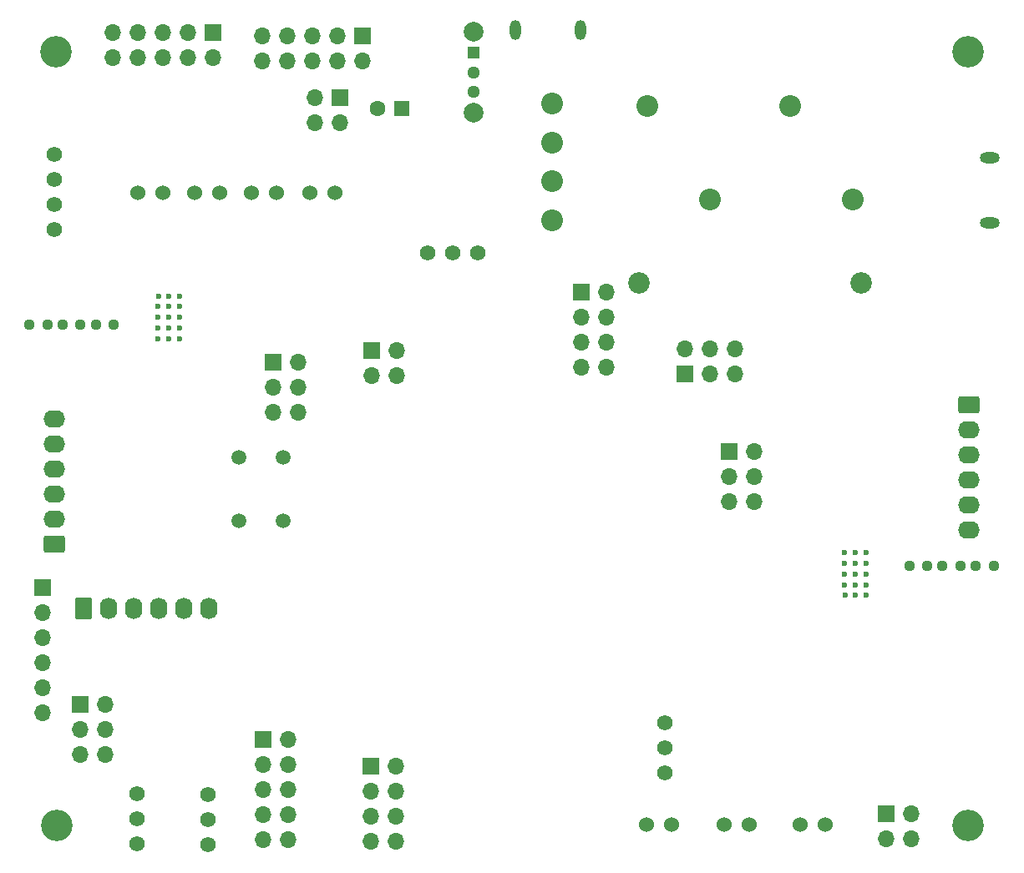
<source format=gbr>
%TF.GenerationSoftware,KiCad,Pcbnew,9.0.2*%
%TF.CreationDate,2025-06-06T13:12:36-07:00*%
%TF.ProjectId,MainBoard,4d61696e-426f-4617-9264-2e6b69636164,0.3*%
%TF.SameCoordinates,Original*%
%TF.FileFunction,Soldermask,Bot*%
%TF.FilePolarity,Negative*%
%FSLAX46Y46*%
G04 Gerber Fmt 4.6, Leading zero omitted, Abs format (unit mm)*
G04 Created by KiCad (PCBNEW 9.0.2) date 2025-06-06 13:12:36*
%MOMM*%
%LPD*%
G01*
G04 APERTURE LIST*
G04 Aperture macros list*
%AMRoundRect*
0 Rectangle with rounded corners*
0 $1 Rounding radius*
0 $2 $3 $4 $5 $6 $7 $8 $9 X,Y pos of 4 corners*
0 Add a 4 corners polygon primitive as box body*
4,1,4,$2,$3,$4,$5,$6,$7,$8,$9,$2,$3,0*
0 Add four circle primitives for the rounded corners*
1,1,$1+$1,$2,$3*
1,1,$1+$1,$4,$5*
1,1,$1+$1,$6,$7*
1,1,$1+$1,$8,$9*
0 Add four rect primitives between the rounded corners*
20,1,$1+$1,$2,$3,$4,$5,0*
20,1,$1+$1,$4,$5,$6,$7,0*
20,1,$1+$1,$6,$7,$8,$9,0*
20,1,$1+$1,$8,$9,$2,$3,0*%
G04 Aperture macros list end*
%ADD10O,2.004000X1.104000*%
%ADD11C,2.209800*%
%ADD12RoundRect,0.250000X-0.845000X0.620000X-0.845000X-0.620000X0.845000X-0.620000X0.845000X0.620000X0*%
%ADD13O,2.190000X1.740000*%
%ADD14C,1.524000*%
%ADD15C,1.574800*%
%ADD16C,3.200000*%
%ADD17RoundRect,0.250000X0.845000X-0.620000X0.845000X0.620000X-0.845000X0.620000X-0.845000X-0.620000X0*%
%ADD18R,1.700000X1.700000*%
%ADD19O,1.700000X1.700000*%
%ADD20C,0.600000*%
%ADD21R,1.295400X1.295400*%
%ADD22C,1.295400*%
%ADD23C,2.000000*%
%ADD24RoundRect,0.250000X-0.620000X-0.845000X0.620000X-0.845000X0.620000X0.845000X-0.620000X0.845000X0*%
%ADD25O,1.740000X2.190000*%
%ADD26C,1.507998*%
%ADD27R,1.600000X1.600000*%
%ADD28C,1.600000*%
%ADD29O,1.104000X2.004000*%
%ADD30C,2.184000*%
%ADD31RoundRect,0.237500X0.250000X0.237500X-0.250000X0.237500X-0.250000X-0.237500X0.250000X-0.237500X0*%
%ADD32RoundRect,0.237500X-0.250000X-0.237500X0.250000X-0.237500X0.250000X0.237500X-0.250000X0.237500X0*%
G04 APERTURE END LIST*
D10*
%TO.C,J9*%
X263900000Y-96700000D03*
X263900000Y-103300000D03*
%TD*%
D11*
%TO.C,J5*%
X243650000Y-91460000D03*
X250000000Y-100959999D03*
%TD*%
D12*
%TO.C,U11*%
X261800000Y-121800000D03*
D13*
X261800000Y-124340000D03*
X261800000Y-126880000D03*
X261800000Y-129420000D03*
X261800000Y-131960000D03*
X261800000Y-134500000D03*
%TD*%
D14*
%TO.C,SW8*%
X189060000Y-100300000D03*
X191600000Y-100300000D03*
%TD*%
D15*
%TO.C,J15*%
X177450000Y-166350000D03*
X177450000Y-163810000D03*
X177450000Y-161270000D03*
%TD*%
D16*
%TO.C,H2*%
X261700000Y-86000000D03*
%TD*%
D17*
%TO.C,U12*%
X169100000Y-135890000D03*
D13*
X169100000Y-133350000D03*
X169100000Y-130810000D03*
X169100000Y-128270000D03*
X169100000Y-125730000D03*
X169100000Y-123190000D03*
%TD*%
D18*
%TO.C,J1*%
X167850000Y-140300000D03*
D19*
X167850000Y-142840000D03*
X167850000Y-145380000D03*
X167850000Y-147920000D03*
X167850000Y-150460000D03*
X167850000Y-153000000D03*
%TD*%
D18*
%TO.C,J18*%
X253360000Y-163300000D03*
D19*
X255900000Y-163300000D03*
X253360000Y-165840000D03*
X255900000Y-165840000D03*
%TD*%
D15*
%TO.C,J14*%
X184673800Y-166390000D03*
X184673800Y-163850000D03*
X184673800Y-161310000D03*
%TD*%
%TO.C,D8*%
X211990000Y-106376200D03*
X209450000Y-106376200D03*
X206910000Y-106376200D03*
%TD*%
D18*
%TO.C,J3*%
X200300000Y-84360000D03*
D19*
X200300000Y-86900000D03*
X197760000Y-84360000D03*
X197760000Y-86900000D03*
X195220000Y-84360000D03*
X195220000Y-86900000D03*
X192680000Y-84360000D03*
X192680000Y-86900000D03*
X190140000Y-84360000D03*
X190140000Y-86900000D03*
%TD*%
D20*
%TO.C,U10*%
X179600000Y-111799999D03*
X179600000Y-112899999D03*
X179600000Y-113999999D03*
X179600000Y-115100000D03*
X179620000Y-110779999D03*
X180700000Y-110779999D03*
X180700000Y-115100000D03*
X180700003Y-111799999D03*
X180700003Y-112899999D03*
X180700003Y-113999999D03*
X181760000Y-110779999D03*
X181800000Y-111799999D03*
X181800000Y-112899999D03*
X181800000Y-113999999D03*
X181800000Y-115100000D03*
%TD*%
D18*
%TO.C,J21*%
X233010000Y-118650000D03*
D19*
X233010000Y-116110000D03*
X235550000Y-118650000D03*
X235550000Y-116110000D03*
X238090000Y-118650000D03*
X238090000Y-116110000D03*
%TD*%
D18*
%TO.C,J19*%
X237510000Y-126560000D03*
D19*
X240050000Y-126560000D03*
X237510000Y-129100000D03*
X240050000Y-129100000D03*
X237510000Y-131640000D03*
X240050000Y-131640000D03*
%TD*%
D21*
%TO.C,SW2*%
X211550000Y-86049999D03*
D22*
X211550000Y-88050000D03*
X211550000Y-90050001D03*
D23*
X211550000Y-83949999D03*
X211550000Y-92150000D03*
%TD*%
D20*
%TO.C,U13*%
X251400000Y-140099999D03*
X251400000Y-138999999D03*
X251400000Y-137899999D03*
X251400000Y-136799998D03*
X251380000Y-141119999D03*
X250300000Y-141119999D03*
X250300000Y-136799998D03*
X250299997Y-140099999D03*
X250299997Y-138999999D03*
X250299997Y-137899999D03*
X249240000Y-141119999D03*
X249200000Y-140099999D03*
X249200000Y-138999999D03*
X249200000Y-137899999D03*
X249200000Y-136799998D03*
%TD*%
D24*
%TO.C,J20*%
X172055000Y-142450000D03*
D25*
X174595000Y-142450000D03*
X177135000Y-142450000D03*
X179675000Y-142450000D03*
X182215000Y-142450000D03*
X184755000Y-142450000D03*
%TD*%
D18*
%TO.C,J8*%
X201160000Y-158430000D03*
D19*
X203700000Y-158430000D03*
X201160000Y-160970000D03*
X203700000Y-160970000D03*
X201160000Y-163510000D03*
X203700000Y-163510000D03*
X201160000Y-166050000D03*
X203700000Y-166050000D03*
%TD*%
D18*
%TO.C,J2*%
X185140000Y-84060000D03*
D19*
X185140000Y-86600000D03*
X182600000Y-84060000D03*
X182600000Y-86600000D03*
X180060000Y-84060000D03*
X180060000Y-86600000D03*
X177520000Y-84060000D03*
X177520000Y-86600000D03*
X174980000Y-84060000D03*
X174980000Y-86600000D03*
%TD*%
D18*
%TO.C,J23*%
X171660000Y-152150000D03*
D19*
X174200000Y-152150000D03*
X171660000Y-154690000D03*
X174200000Y-154690000D03*
X171660000Y-157230000D03*
X174200000Y-157230000D03*
%TD*%
D14*
%TO.C,SW6*%
X231610128Y-164351200D03*
X229070128Y-164351200D03*
%TD*%
%TO.C,SW10*%
X177510000Y-100300000D03*
X180050000Y-100300000D03*
%TD*%
%TO.C,SW4*%
X239490128Y-164375000D03*
X236950128Y-164375000D03*
%TD*%
%TO.C,SW5*%
X247230128Y-164375000D03*
X244690128Y-164375000D03*
%TD*%
D18*
%TO.C,J25*%
X201250000Y-116275000D03*
D19*
X203790000Y-116275000D03*
X201250000Y-118815000D03*
X203790000Y-118815000D03*
%TD*%
D26*
%TO.C,SW1*%
X192300001Y-127099998D03*
X192300001Y-133600000D03*
X187800000Y-127099998D03*
X187800000Y-133600000D03*
%TD*%
D18*
%TO.C,J26*%
X222460000Y-110400000D03*
D19*
X225000000Y-110400000D03*
X222460000Y-112940000D03*
X225000000Y-112940000D03*
X222460000Y-115480000D03*
X225000000Y-115480000D03*
X222460000Y-118020000D03*
X225000000Y-118020000D03*
%TD*%
D11*
%TO.C,SW3*%
X219500000Y-103087200D03*
X219500000Y-99124800D03*
X219500000Y-95162400D03*
X219500000Y-91200000D03*
%TD*%
D27*
%TO.C,C15*%
X204305113Y-91700000D03*
D28*
X201805113Y-91700000D03*
%TD*%
D29*
%TO.C,J4*%
X222400000Y-83800000D03*
X215800000Y-83800000D03*
%TD*%
D30*
%TO.C,F1*%
X228350000Y-109400000D03*
X250850000Y-109400000D03*
%TD*%
D15*
%TO.C,J13*%
X230973800Y-159140000D03*
X230973800Y-156600000D03*
X230973800Y-154060000D03*
%TD*%
D14*
%TO.C,SW9*%
X183310000Y-100300000D03*
X185850000Y-100300000D03*
%TD*%
D11*
%TO.C,J6*%
X235500000Y-101000000D03*
X229150000Y-91500001D03*
%TD*%
D14*
%TO.C,SW7*%
X195000000Y-100300000D03*
X197540000Y-100300000D03*
%TD*%
D15*
%TO.C,J24*%
X169100000Y-104000000D03*
X169100000Y-101460000D03*
X169100000Y-98920000D03*
X169100000Y-96380000D03*
%TD*%
D18*
%TO.C,J7*%
X190250000Y-155740000D03*
D19*
X192790000Y-155740000D03*
X190250000Y-158280000D03*
X192790000Y-158280000D03*
X190250000Y-160820000D03*
X192790000Y-160820000D03*
X190250000Y-163360000D03*
X192790000Y-163360000D03*
X190250000Y-165900000D03*
X192790000Y-165900000D03*
%TD*%
D16*
%TO.C,H4*%
X261700000Y-164500000D03*
%TD*%
%TO.C,H1*%
X169200000Y-86000000D03*
%TD*%
D18*
%TO.C,J16*%
X191210000Y-117510000D03*
D19*
X193750000Y-117510000D03*
X191210000Y-120050000D03*
X193750000Y-120050000D03*
X191210000Y-122590000D03*
X193750000Y-122590000D03*
%TD*%
D16*
%TO.C,H3*%
X169300000Y-164500000D03*
%TD*%
D18*
%TO.C,J22*%
X198050000Y-90650000D03*
D19*
X198050000Y-93190000D03*
X195510000Y-90650000D03*
X195510000Y-93190000D03*
%TD*%
D31*
%TO.C,R49*%
X260925000Y-138125000D03*
X259100000Y-138125000D03*
%TD*%
D32*
%TO.C,R26*%
X173275000Y-113700000D03*
X175100000Y-113700000D03*
%TD*%
D31*
%TO.C,R36*%
X257562500Y-138125000D03*
X255737500Y-138125000D03*
%TD*%
D32*
%TO.C,R47*%
X169900000Y-113700000D03*
X171725000Y-113700000D03*
%TD*%
%TO.C,R48*%
X166525000Y-113700000D03*
X168350000Y-113700000D03*
%TD*%
D31*
%TO.C,R50*%
X264300000Y-138125000D03*
X262475000Y-138125000D03*
%TD*%
M02*

</source>
